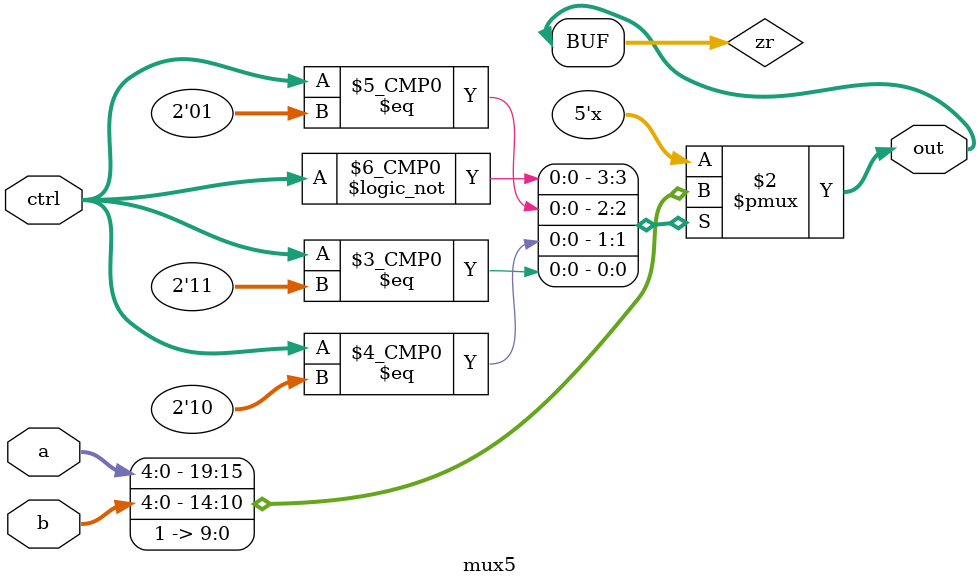
<source format=v>
`timescale 1ns / 1ps

module mux5(
    input [4:0] a,
    input [4:0] b,
    input [1:0] ctrl,
    output [4:0] out
);
    reg [4:0] zr;
    always @ (*) begin
        case (ctrl)
            2'b00 : zr   <= a;
            2'b01 : zr   <= b;
            2'b10 : zr   <= 5'b11111;
            2'b11 : zr   <= 5'b11111;
            default : zr <= 5'bz;
        endcase
    end
    assign out = zr;
endmodule
</source>
